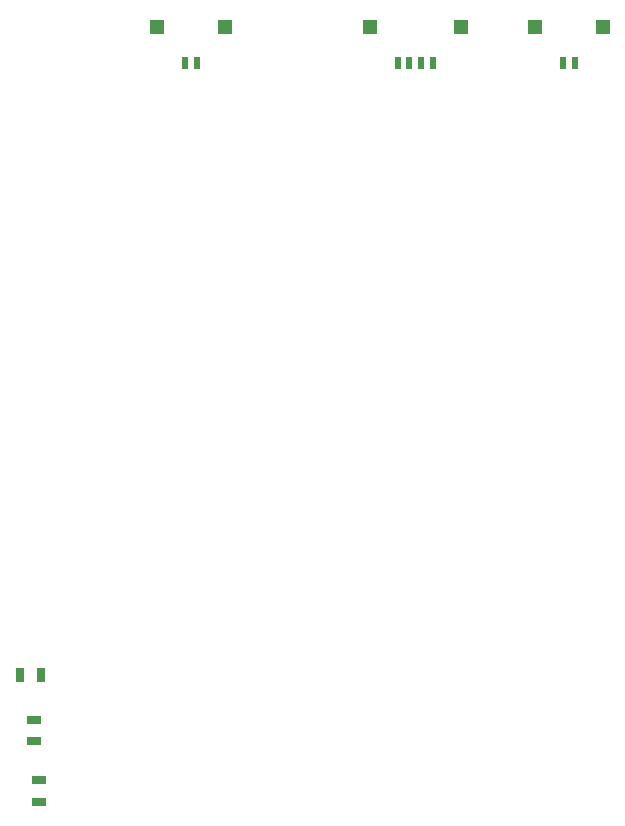
<source format=gbr>
G04 EAGLE Gerber RS-274X export*
G75*
%MOMM*%
%FSLAX34Y34*%
%LPD*%
%INSolderpaste Bottom*%
%IPPOS*%
%AMOC8*
5,1,8,0,0,1.08239X$1,22.5*%
G01*
%ADD10R,1.260000X1.300000*%
%ADD11R,0.550000X1.000000*%
%ADD12R,0.800000X1.200000*%
%ADD13R,1.200000X0.800000*%


D10*
X594750Y713550D03*
X537250Y713550D03*
D11*
X561000Y683650D03*
X571000Y683650D03*
X421000Y683650D03*
X431000Y683650D03*
X441000Y683650D03*
X451000Y683650D03*
D10*
X474750Y713550D03*
X397250Y713550D03*
X274750Y713550D03*
X217250Y713550D03*
D11*
X241000Y683650D03*
X251000Y683650D03*
D12*
X119000Y165000D03*
X101000Y165000D03*
D13*
X117000Y76000D03*
X117000Y58000D03*
X113000Y127000D03*
X113000Y109000D03*
M02*

</source>
